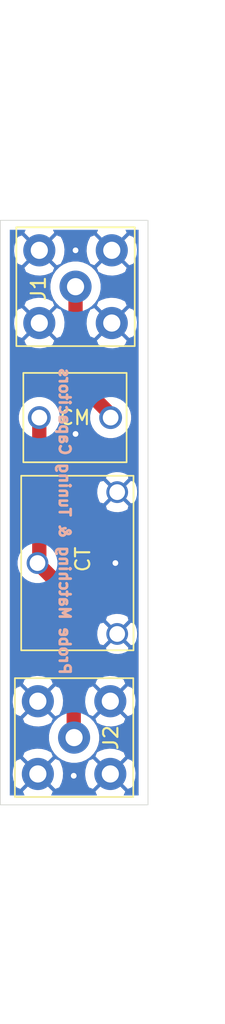
<source format=kicad_pcb>
(kicad_pcb (version 20221018) (generator pcbnew)
  (layers (0 "F.Cu" signal) (31 "B.Cu" signal) (34 "B.Paste" user) (35 "F.Paste" user) (36 "B.SilkS" user "B.Silkscreen") (37 "F.SilkS" user "F.Silkscreen") (38 "B.Mask" user) (39 "F.Mask" user) (44 "Edge.Cuts" user))
  (net 0 "")
  (net 1 "Net-(C1-Pad1)")
  (net 2 "Net-(C1-Pad2)")
  (net 3 "GND")
  (footprint "Capacitor_THT:C_Rect_L7.0mm_W6.0mm_P5.00mm" (layer "F.Cu") (at 146.304 107.696)
    (fp_text reference "CM" (at 2.5 0) (layer "F.SilkS"))
    (fp_text value "C_Variable")
    (fp_line (start -1.12 -3.12) (end -1.12 3.12) (stroke (width 0.12)) (layer "F.SilkS"))
    (fp_line (start -1.12 -3.12) (end 6.12 -3.12) (stroke (width 0.12)) (layer "F.SilkS"))
    (fp_line (start -1.12 3.12) (end 6.12 3.12) (stroke (width 0.12)) (layer "F.SilkS"))
    (fp_line (start 6.12 -3.12) (end 6.12 3.12) (stroke (width 0.12)) (layer "F.SilkS"))
    (pad "1" thru_hole circle (at 0 0) (size 1.6 1.6) (drill 1.1) (layers "*.Cu" "*.Mask") (net 1 "Net-(C1-Pad1)"))
    (pad "2" thru_hole circle (at 5 0) (size 1.6 1.6) (drill 1.1) (layers "*.Cu" "*.Mask") (net 2 "Net-(C1-Pad2)"))
  )
  (footprint "C_Trim_GZD10100:C_Trim_GZD10100" (layer "F.Cu") (at 149.352 117.856 90)
    (fp_text reference "CT" (at 0.254 0 90) (layer "F.SilkS"))
    (fp_text value "C_Trim_3_Leg")
    (fp_line (start -6.096 -4.318) (end -6.096 3.556) (stroke (width 0.12)) (layer "F.SilkS"))
    (fp_line (start -6.096 3.556) (end 6.096 3.556) (stroke (width 0.12)) (layer "F.SilkS"))
    (fp_line (start 6.096 -4.318) (end -6.096 -4.318) (stroke (width 0.12)) (layer "F.SilkS"))
    (fp_line (start 6.096 3.556) (end 6.096 -4.318) (stroke (width 0.12)) (layer "F.SilkS"))
    (pad "1" thru_hole circle (at -4.953 2.413 90) (size 1.524 1.524) (drill 1.1) (layers "*.Cu" "*.Mask") (net 3 "GND"))
    (pad "2" thru_hole circle (at 4.953 2.413 90) (size 1.524 1.524) (drill 1.1) (layers "*.Cu" "*.Mask") (net 3 "GND"))
    (pad "3" thru_hole circle (at 0 -3.175 90) (size 1.524 1.524) (drill 1.1) (layers "*.Cu" "*.Mask") (net 1 "Net-(C1-Pad1)"))
  )
  (footprint "Connector_Coaxial:SMA_Amphenol_132203-12_Horizontal" (layer "F.Cu") (at 148.844 98.552)
    (fp_text reference "J1" (at -2.6035 0.127 90) (layer "F.SilkS"))
    (fp_text value "Conn_Coaxial")
    (fp_line (start -4.15 -4.15) (end -4.15 4.15) (stroke (width 0.12)) (layer "F.SilkS"))
    (fp_line (start -4.15 -4.15) (end 4.15 -4.15) (stroke (width 0.12)) (layer "F.SilkS"))
    (fp_line (start -4.15 4.15) (end 4.15 4.15) (stroke (width 0.12)) (layer "F.SilkS"))
    (fp_line (start 4.15 -4.15) (end 4.15 4.15) (stroke (width 0.12)) (layer "F.SilkS"))
    (pad "1" thru_hole circle (at 0 0) (size 2.25 2.25) (drill 1.2) (layers "*.Cu" "*.Mask") (net 2 "Net-(C1-Pad2)"))
    (pad "2" thru_hole circle (at -2.54 -2.54) (size 2.25 2.25) (drill 1.2) (layers "*.Cu" "*.Mask") (net 3 "GND"))
    (pad "2" thru_hole circle (at -2.54 2.54) (size 2.25 2.25) (drill 1.2) (layers "*.Cu" "*.Mask") (net 3 "GND"))
    (pad "2" thru_hole circle (at 2.54 -2.54) (size 2.25 2.25) (drill 1.2) (layers "*.Cu" "*.Mask") (net 3 "GND"))
    (pad "2" thru_hole circle (at 2.54 2.54 90) (size 2.25 2.25) (drill 1.2) (layers "*.Cu" "*.Mask") (net 3 "GND"))
  )
  (footprint "Connector_Coaxial:SMA_Amphenol_132203-12_Horizontal" (layer "F.Cu") (at 148.7424 130.048 180)
    (fp_text reference "J2" (at -2.5781 0 90) (layer "F.SilkS"))
    (fp_text value "Conn_Coaxial")
    (fp_line (start -4.15 -4.15) (end -4.15 4.15) (stroke (width 0.12)) (layer "F.SilkS"))
    (fp_line (start -4.15 -4.15) (end 4.15 -4.15) (stroke (width 0.12)) (layer "F.SilkS"))
    (fp_line (start -4.15 4.15) (end 4.15 4.15) (stroke (width 0.12)) (layer "F.SilkS"))
    (fp_line (start 4.15 -4.15) (end 4.15 4.15) (stroke (width 0.12)) (layer "F.SilkS"))
    (pad "1" thru_hole circle (at 0 0 180) (size 2.25 2.25) (drill 1.2) (layers "*.Cu" "*.Mask") (net 1 "Net-(C1-Pad1)"))
    (pad "2" thru_hole circle (at -2.54 -2.54 180) (size 2.25 2.25) (drill 1.2) (layers "*.Cu" "*.Mask") (net 3 "GND"))
    (pad "2" thru_hole circle (at -2.54 2.54 180) (size 2.25 2.25) (drill 1.2) (layers "*.Cu" "*.Mask") (net 3 "GND"))
    (pad "2" thru_hole circle (at 2.54 -2.54 180) (size 2.25 2.25) (drill 1.2) (layers "*.Cu" "*.Mask") (net 3 "GND"))
    (pad "2" thru_hole circle (at 2.54 2.54 270) (size 2.25 2.25) (drill 1.2) (layers "*.Cu" "*.Mask") (net 3 "GND"))
  )
  (gr_line (start 143.5735 134.747) (end 143.5735 93.9165) (stroke (width 0.05)) (layer "Edge.Cuts"))
  (gr_line (start 153.924 93.9165) (end 153.924 134.747) (stroke (width 0.05)) (layer "Edge.Cuts"))
  (gr_line (start 143.5735 93.9165) (end 153.924 93.9165) (stroke (width 0.05)) (layer "Edge.Cuts"))
  (gr_line (start 153.924 134.747) (end 143.5735 134.747) (stroke (width 0.05)) (layer "Edge.Cuts"))
  (gr_text "Probe Matching & Tuning Capacitors" (at 148.082 114.935 270) (layer "B.SilkS") (effects (font (size 0.762 0.762) (thickness 0.1905)) (justify mirror)))
  (segment (start 146.177 117.856) (end 148.717 120.396) (width 1) (layer "F.Cu") (net 1))
  (segment (start 148.717 120.396) (end 148.717 130.048) (width 1) (layer "F.Cu") (net 1))
  (segment (start 146.304 107.696) (end 146.304 117.602) (width 1) (layer "F.Cu") (net 1))
  (segment (start 148.844 98.552) (end 148.844 105.029) (width 1) (layer "F.Cu") (net 2))
  (segment (start 148.844 105.029) (end 151.384 107.569) (width 1) (layer "F.Cu") (net 2))
  (via (at 151.638 117.856) (size 0.8) (drill 0.4) (layers "F.Cu" "B.Cu") (net 3))
  (via (at 148.844 96.012) (size 0.8) (drill 0.4) (layers "F.Cu" "B.Cu") (net 3))
  (via (at 148.717 132.715) (size 0.8) (drill 0.4) (layers "F.Cu" "B.Cu") (net 3))
  (via (at 148.844 108.839) (size 0.8) (drill 0.4) (layers "F.Cu" "B.Cu") (net 3))
  (zone (net 3) (net_name "GND") (layer "F.Cu") (connect_pads (clearance 0.508)) (min_thickness 0.254) (fill yes (thermal_gap 0.508) (thermal_bridge_width 0.508))
    (polygon (pts (xy 153.67 134.493) (xy 143.764 134.493) (xy 143.764 94.107) (xy 153.67 94.107)))
  )
  (zone (net 3) (net_name "GND") (layer "B.Cu") (connect_pads (clearance 0.508)) (min_thickness 0.254) (fill yes (thermal_gap 0.508) (thermal_bridge_width 0.508))
    (polygon (pts (xy 153.67 134.493) (xy 143.764 134.493) (xy 143.764 94.107) (xy 153.67 94.107)))
  )
)
</source>
